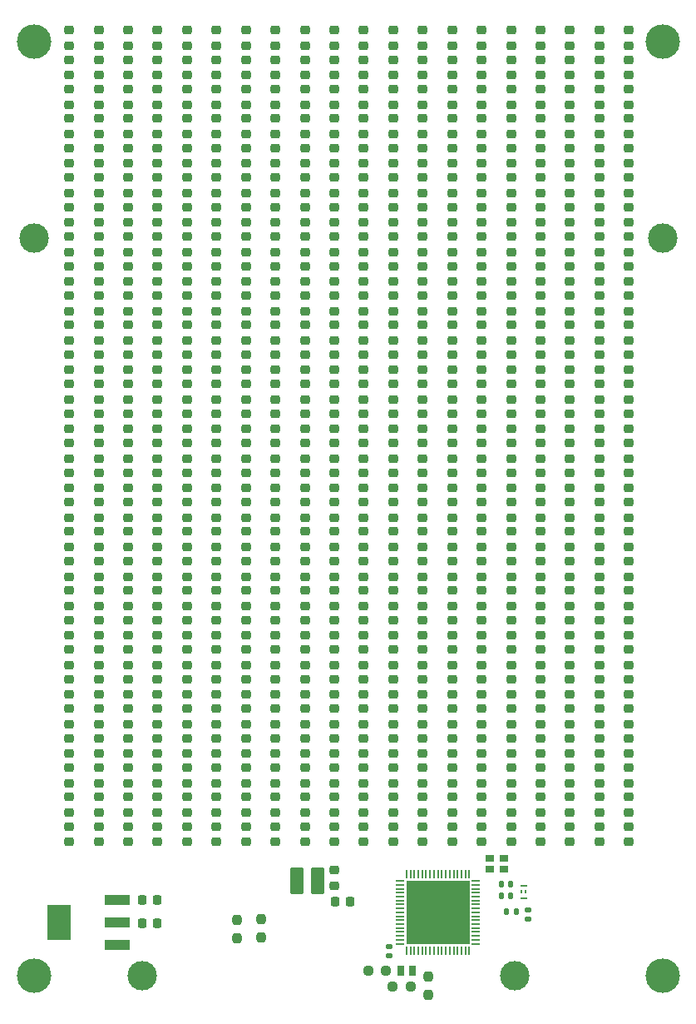
<source format=gts>
%TF.GenerationSoftware,KiCad,Pcbnew,9.0.1*%
%TF.CreationDate,2025-10-31T14:17:25-04:00*%
%TF.ProjectId,main_display_board,6d61696e-5f64-4697-9370-6c61795f626f,rev?*%
%TF.SameCoordinates,Original*%
%TF.FileFunction,Soldermask,Top*%
%TF.FilePolarity,Negative*%
%FSLAX46Y46*%
G04 Gerber Fmt 4.6, Leading zero omitted, Abs format (unit mm)*
G04 Created by KiCad (PCBNEW 9.0.1) date 2025-10-31 14:17:25*
%MOMM*%
%LPD*%
G01*
G04 APERTURE LIST*
G04 Aperture macros list*
%AMRoundRect*
0 Rectangle with rounded corners*
0 $1 Rounding radius*
0 $2 $3 $4 $5 $6 $7 $8 $9 X,Y pos of 4 corners*
0 Add a 4 corners polygon primitive as box body*
4,1,4,$2,$3,$4,$5,$6,$7,$8,$9,$2,$3,0*
0 Add four circle primitives for the rounded corners*
1,1,$1+$1,$2,$3*
1,1,$1+$1,$4,$5*
1,1,$1+$1,$6,$7*
1,1,$1+$1,$8,$9*
0 Add four rect primitives between the rounded corners*
20,1,$1+$1,$2,$3,$4,$5,0*
20,1,$1+$1,$4,$5,$6,$7,0*
20,1,$1+$1,$6,$7,$8,$9,0*
20,1,$1+$1,$8,$9,$2,$3,0*%
G04 Aperture macros list end*
%ADD10RoundRect,0.218750X0.256250X-0.218750X0.256250X0.218750X-0.256250X0.218750X-0.256250X-0.218750X0*%
%ADD11C,3.000000*%
%ADD12RoundRect,0.225000X0.225000X0.250000X-0.225000X0.250000X-0.225000X-0.250000X0.225000X-0.250000X0*%
%ADD13R,2.500000X1.100000*%
%ADD14R,2.340000X3.600000*%
%ADD15R,0.711200X0.279400*%
%ADD16R,0.254000X0.457200*%
%ADD17RoundRect,0.225000X-0.225000X-0.250000X0.225000X-0.250000X0.225000X0.250000X-0.225000X0.250000X0*%
%ADD18RoundRect,0.237500X0.250000X0.237500X-0.250000X0.237500X-0.250000X-0.237500X0.250000X-0.237500X0*%
%ADD19RoundRect,0.147500X-0.147500X-0.172500X0.147500X-0.172500X0.147500X0.172500X-0.147500X0.172500X0*%
%ADD20RoundRect,0.237500X0.237500X-0.250000X0.237500X0.250000X-0.237500X0.250000X-0.237500X-0.250000X0*%
%ADD21RoundRect,0.140000X-0.170000X0.140000X-0.170000X-0.140000X0.170000X-0.140000X0.170000X0.140000X0*%
%ADD22C,2.600000*%
%ADD23C,3.500000*%
%ADD24R,0.800000X1.000000*%
%ADD25RoundRect,0.140000X0.140000X0.170000X-0.140000X0.170000X-0.140000X-0.170000X0.140000X-0.170000X0*%
%ADD26R,0.900000X0.800000*%
%ADD27RoundRect,0.249999X0.450001X1.100001X-0.450001X1.100001X-0.450001X-1.100001X0.450001X-1.100001X0*%
%ADD28RoundRect,0.140000X-0.140000X-0.170000X0.140000X-0.170000X0.140000X0.170000X-0.140000X0.170000X0*%
%ADD29RoundRect,0.218750X-0.256250X0.218750X-0.256250X-0.218750X0.256250X-0.218750X0.256250X0.218750X0*%
%ADD30R,0.203200X0.812800*%
%ADD31R,0.812800X0.203200*%
%ADD32R,6.502400X6.502400*%
G04 APERTURE END LIST*
D10*
%TO.C,REF\u002A\u002A5*%
X58075000Y-46875000D03*
X58075000Y-45300000D03*
%TD*%
%TO.C,REF\u002A\u002A43*%
X52075000Y-49875000D03*
X52075000Y-48300000D03*
%TD*%
%TO.C,REF\u002A\u002A136*%
X73075000Y-61875000D03*
X73075000Y-60300000D03*
%TD*%
%TO.C,REF\u002A\u002A327*%
X58075000Y-91875000D03*
X58075000Y-90300000D03*
%TD*%
%TO.C,REF\u002A\u002A340*%
X79075000Y-91875000D03*
X79075000Y-90300000D03*
%TD*%
%TO.C,REF\u002A\u002A313*%
X100075000Y-88875000D03*
X100075000Y-87300000D03*
%TD*%
%TO.C,REF\u002A\u002A405*%
X58075000Y-106875000D03*
X58075000Y-105300000D03*
%TD*%
%TO.C,REF\u002A\u002A27*%
X88075000Y-43875000D03*
X88075000Y-42300000D03*
%TD*%
%TO.C,REF\u002A\u002A318*%
X109075000Y-88875000D03*
X109075000Y-87300000D03*
%TD*%
%TO.C,REF\u002A\u002A512*%
X97075000Y-115875000D03*
X97075000Y-114300000D03*
%TD*%
%TO.C,REF\u002A\u002A464*%
X85075000Y-109875000D03*
X85075000Y-108300000D03*
%TD*%
%TO.C,REF\u002A\u002A164*%
X55075000Y-67875000D03*
X55075000Y-66300000D03*
%TD*%
%TO.C,REF\u002A\u002A528*%
X61075000Y-121875000D03*
X61075000Y-120300000D03*
%TD*%
%TO.C,REF\u002A\u002A295*%
X70075000Y-85875000D03*
X70075000Y-84300000D03*
%TD*%
%TO.C,REF\u002A\u002A18*%
X79075000Y-46875000D03*
X79075000Y-45300000D03*
%TD*%
%TO.C,REF\u002A\u002A309*%
X94075000Y-88875000D03*
X94075000Y-87300000D03*
%TD*%
%TO.C,REF\u002A\u002A8*%
X61075000Y-43875000D03*
X61075000Y-42300000D03*
%TD*%
%TO.C,REF\u002A\u002A266*%
X91075000Y-82875000D03*
X91075000Y-81300000D03*
%TD*%
%TO.C,REF\u002A\u002A270*%
X97075000Y-82875000D03*
X97075000Y-81300000D03*
%TD*%
%TO.C,REF\u002A\u002A524*%
X55075000Y-121875000D03*
X55075000Y-120300000D03*
%TD*%
%TO.C,REF\u002A\u002A75*%
X100075000Y-49875000D03*
X100075000Y-48300000D03*
%TD*%
%TO.C,REF\u002A\u002A143*%
X82075000Y-61875000D03*
X82075000Y-60300000D03*
%TD*%
%TO.C,REF\u002A\u002A50*%
X67075000Y-52875000D03*
X67075000Y-51300000D03*
%TD*%
%TO.C,REF\u002A\u002A268*%
X91075000Y-79875000D03*
X91075000Y-78300000D03*
%TD*%
%TO.C,REF\u002A\u002A228*%
X91075000Y-73875000D03*
X91075000Y-72300000D03*
%TD*%
%TO.C,REF\u002A\u002A379*%
X76075000Y-97875000D03*
X76075000Y-96300000D03*
%TD*%
%TO.C,REF\u002A\u002A337*%
X76075000Y-94875000D03*
X76075000Y-93300000D03*
%TD*%
D11*
%TO.C,FM1*%
X48475000Y-63437500D03*
%TD*%
D10*
%TO.C,REF\u002A\u002A209*%
X64075000Y-76875000D03*
X64075000Y-75300000D03*
%TD*%
%TO.C,REF\u002A\u002A86*%
X61075000Y-58875000D03*
X61075000Y-57300000D03*
%TD*%
%TO.C,REF\u002A\u002A517*%
X106075000Y-118875000D03*
X106075000Y-117300000D03*
%TD*%
%TO.C,REF\u002A\u002A173*%
X70075000Y-70875000D03*
X70075000Y-69300000D03*
%TD*%
%TO.C,REF\u002A\u002A251*%
X64075000Y-79875000D03*
X64075000Y-78300000D03*
%TD*%
%TO.C,REF\u002A\u002A409*%
X64075000Y-106875000D03*
X64075000Y-105300000D03*
%TD*%
%TO.C,REF\u002A\u002A415*%
X70075000Y-103875000D03*
X70075000Y-102300000D03*
%TD*%
%TO.C,REF\u002A\u002A508*%
X91075000Y-115875000D03*
X91075000Y-114300000D03*
%TD*%
%TO.C,REF\u002A\u002A254*%
X73075000Y-82875000D03*
X73075000Y-81300000D03*
%TD*%
%TO.C,REF\u002A\u002A34*%
X103075000Y-46875000D03*
X103075000Y-45300000D03*
%TD*%
%TO.C,REF\u002A\u002A463*%
X82075000Y-109875000D03*
X82075000Y-108300000D03*
%TD*%
%TO.C,REF\u002A\u002A128*%
X61075000Y-61875000D03*
X61075000Y-60300000D03*
%TD*%
%TO.C,REF\u002A\u002A269*%
X94075000Y-82875000D03*
X94075000Y-81300000D03*
%TD*%
%TO.C,REF\u002A\u002A468*%
X91075000Y-109875000D03*
X91075000Y-108300000D03*
%TD*%
%TO.C,REF\u002A\u002A208*%
X61075000Y-73875000D03*
X61075000Y-72300000D03*
%TD*%
%TO.C,REF\u002A\u002A354*%
X103075000Y-94875000D03*
X103075000Y-93300000D03*
%TD*%
%TO.C,REF\u002A\u002A191*%
X94075000Y-67875000D03*
X94075000Y-66300000D03*
%TD*%
%TO.C,REF\u002A\u002A391*%
X94075000Y-97875000D03*
X94075000Y-96300000D03*
%TD*%
%TO.C,REF\u002A\u002A348*%
X91075000Y-91875000D03*
X91075000Y-90300000D03*
%TD*%
D12*
%TO.C,C18*%
X80700000Y-130950000D03*
X79150000Y-130950000D03*
%TD*%
D10*
%TO.C,REF\u002A\u002A204*%
X55075000Y-73875000D03*
X55075000Y-72300000D03*
%TD*%
%TO.C,REF\u002A\u002A504*%
X85075000Y-115875000D03*
X85075000Y-114300000D03*
%TD*%
%TO.C,REF\u002A\u002A535*%
X70075000Y-121875000D03*
X70075000Y-120300000D03*
%TD*%
%TO.C,REF\u002A\u002A300*%
X79075000Y-85875000D03*
X79075000Y-84300000D03*
%TD*%
%TO.C,REF\u002A\u002A134*%
X73075000Y-64875000D03*
X73075000Y-63300000D03*
%TD*%
%TO.C,REF\u002A\u002A448*%
X61075000Y-109875000D03*
X61075000Y-108300000D03*
%TD*%
%TO.C,REF\u002A\u002A118*%
X109075000Y-58875000D03*
X109075000Y-57300000D03*
%TD*%
%TO.C,REF\u002A\u002A533*%
X70075000Y-124875000D03*
X70075000Y-123300000D03*
%TD*%
%TO.C,REF\u002A\u002A453*%
X70075000Y-112875000D03*
X70075000Y-111300000D03*
%TD*%
%TO.C,REF\u002A\u002A352*%
X97075000Y-91875000D03*
X97075000Y-90300000D03*
%TD*%
%TO.C,REF\u002A\u002A514*%
X103075000Y-118875000D03*
X103075000Y-117300000D03*
%TD*%
%TO.C,REF\u002A\u002A23*%
X82075000Y-43875000D03*
X82075000Y-42300000D03*
%TD*%
%TO.C,REF\u002A\u002A511*%
X94075000Y-115875000D03*
X94075000Y-114300000D03*
%TD*%
%TO.C,REF\u002A\u002A454*%
X73075000Y-112875000D03*
X73075000Y-111300000D03*
%TD*%
%TO.C,REF\u002A\u002A162*%
X55075000Y-70875000D03*
X55075000Y-69300000D03*
%TD*%
%TO.C,REF\u002A\u002A444*%
X55075000Y-109875000D03*
X55075000Y-108300000D03*
%TD*%
%TO.C,REF\u002A\u002A434*%
X103075000Y-106875000D03*
X103075000Y-105300000D03*
%TD*%
%TO.C,REF\u002A\u002A390*%
X97075000Y-100875000D03*
X97075000Y-99300000D03*
%TD*%
%TO.C,REF\u002A\u002A99*%
X76075000Y-55875000D03*
X76075000Y-54300000D03*
%TD*%
%TO.C,REF\u002A\u002A243*%
X52075000Y-79875000D03*
X52075000Y-78300000D03*
%TD*%
%TO.C,REF\u002A\u002A410*%
X67075000Y-106875000D03*
X67075000Y-105300000D03*
%TD*%
%TO.C,REF\u002A\u002A98*%
X79075000Y-58875000D03*
X79075000Y-57300000D03*
%TD*%
%TO.C,REF\u002A\u002A180*%
X79075000Y-67875000D03*
X79075000Y-66300000D03*
%TD*%
%TO.C,REF\u002A\u002A239*%
X106075000Y-73875000D03*
X106075000Y-72300000D03*
%TD*%
%TO.C,REF\u002A\u002A224*%
X85075000Y-73875000D03*
X85075000Y-72300000D03*
%TD*%
%TO.C,REF\u002A\u002A46*%
X61075000Y-52875000D03*
X61075000Y-51300000D03*
%TD*%
%TO.C,REF\u002A\u002A276*%
X103075000Y-79875000D03*
X103075000Y-78300000D03*
%TD*%
%TO.C,REF\u002A\u002A186*%
X91075000Y-70875000D03*
X91075000Y-69300000D03*
%TD*%
%TO.C,REF\u002A\u002A114*%
X103075000Y-58875000D03*
X103075000Y-57300000D03*
%TD*%
%TO.C,REF\u002A\u002A413*%
X70075000Y-106875000D03*
X70075000Y-105300000D03*
%TD*%
%TO.C,REF\u002A\u002A446*%
X61075000Y-112875000D03*
X61075000Y-111300000D03*
%TD*%
%TO.C,REF\u002A\u002A79*%
X106075000Y-49875000D03*
X106075000Y-48300000D03*
%TD*%
%TO.C,REF\u002A\u002A52*%
X67075000Y-49875000D03*
X67075000Y-48300000D03*
%TD*%
%TO.C,REF\u002A\u002A185*%
X88075000Y-70875000D03*
X88075000Y-69300000D03*
%TD*%
%TO.C,REF\u002A\u002A290*%
X67075000Y-88875000D03*
X67075000Y-87300000D03*
%TD*%
%TO.C,REF\u002A\u002A393*%
X100075000Y-100875000D03*
X100075000Y-99300000D03*
%TD*%
%TO.C,REF\u002A\u002A233*%
X100075000Y-76875000D03*
X100075000Y-75300000D03*
%TD*%
%TO.C,REF\u002A\u002A234*%
X103075000Y-76875000D03*
X103075000Y-75300000D03*
%TD*%
%TO.C,REF\u002A\u002A282*%
X55075000Y-88875000D03*
X55075000Y-87300000D03*
%TD*%
%TO.C,REF\u002A\u002A457*%
X76075000Y-112875000D03*
X76075000Y-111300000D03*
%TD*%
%TO.C,REF\u002A\u002A31*%
X94075000Y-43875000D03*
X94075000Y-42300000D03*
%TD*%
%TO.C,REF\u002A\u002A48*%
X61075000Y-49875000D03*
X61075000Y-48300000D03*
%TD*%
%TO.C,REF\u002A\u002A124*%
X55075000Y-61875000D03*
X55075000Y-60300000D03*
%TD*%
%TO.C,REF\u002A\u002A492*%
X67075000Y-115875000D03*
X67075000Y-114300000D03*
%TD*%
%TO.C,REF\u002A\u002A367*%
X58075000Y-97875000D03*
X58075000Y-96300000D03*
%TD*%
%TO.C,REF\u002A\u002A170*%
X67075000Y-70875000D03*
X67075000Y-69300000D03*
%TD*%
%TO.C,REF\u002A\u002A329*%
X64075000Y-94875000D03*
X64075000Y-93300000D03*
%TD*%
%TO.C,REF\u002A\u002A472*%
X97075000Y-109875000D03*
X97075000Y-108300000D03*
%TD*%
%TO.C,REF\u002A\u002A179*%
X76075000Y-67875000D03*
X76075000Y-66300000D03*
%TD*%
%TO.C,REF\u002A\u002A241*%
X52075000Y-82875000D03*
X52075000Y-81300000D03*
%TD*%
%TO.C,REF\u002A\u002A452*%
X67075000Y-109875000D03*
X67075000Y-108300000D03*
%TD*%
%TO.C,REF\u002A\u002A123*%
X52075000Y-61875000D03*
X52075000Y-60300000D03*
%TD*%
%TO.C,REF\u002A\u002A429*%
X94075000Y-106875000D03*
X94075000Y-105300000D03*
%TD*%
%TO.C,REF\u002A\u002A112*%
X97075000Y-55875000D03*
X97075000Y-54300000D03*
%TD*%
%TO.C,REF\u002A\u002A365*%
X58075000Y-100875000D03*
X58075000Y-99300000D03*
%TD*%
%TO.C,REF\u002A\u002A211*%
X64075000Y-73875000D03*
X64075000Y-72300000D03*
%TD*%
%TO.C,REF\u002A\u002A304*%
X85075000Y-85875000D03*
X85075000Y-84300000D03*
%TD*%
%TO.C,REF\u002A\u002A176*%
X73075000Y-67875000D03*
X73075000Y-66300000D03*
%TD*%
%TO.C,REF\u002A\u002A349*%
X94075000Y-94875000D03*
X94075000Y-93300000D03*
%TD*%
%TO.C,REF\u002A\u002A206*%
X61075000Y-76875000D03*
X61075000Y-75300000D03*
%TD*%
%TO.C,REF\u002A\u002A291*%
X64075000Y-85875000D03*
X64075000Y-84300000D03*
%TD*%
%TO.C,REF\u002A\u002A411*%
X64075000Y-103875000D03*
X64075000Y-102300000D03*
%TD*%
%TO.C,REF\u002A\u002A484*%
X55075000Y-115875000D03*
X55075000Y-114300000D03*
%TD*%
%TO.C,REF\u002A\u002A265*%
X88075000Y-82875000D03*
X88075000Y-81300000D03*
%TD*%
%TO.C,REF\u002A\u002A13*%
X70075000Y-46875000D03*
X70075000Y-45300000D03*
%TD*%
%TO.C,REF\u002A\u002A538*%
X79075000Y-124875000D03*
X79075000Y-123300000D03*
%TD*%
D13*
%TO.C,VR_MCU1*%
X56970000Y-135350000D03*
X56970000Y-133050000D03*
X56970000Y-130750000D03*
D14*
X51030000Y-133050000D03*
%TD*%
D10*
%TO.C,REF\u002A\u002A368*%
X61075000Y-97875000D03*
X61075000Y-96300000D03*
%TD*%
%TO.C,REF\u002A\u002A500*%
X79075000Y-115875000D03*
X79075000Y-114300000D03*
%TD*%
%TO.C,REF\u002A\u002A421*%
X82075000Y-106875000D03*
X82075000Y-105300000D03*
%TD*%
%TO.C,REF\u002A\u002A230*%
X97075000Y-76875000D03*
X97075000Y-75300000D03*
%TD*%
%TO.C,REF\u002A\u002A129*%
X64075000Y-64875000D03*
X64075000Y-63300000D03*
%TD*%
%TO.C,REF\u002A\u002A59*%
X76075000Y-49875000D03*
X76075000Y-48300000D03*
%TD*%
%TO.C,REF\u002A\u002A549*%
X94075000Y-124875000D03*
X94075000Y-123300000D03*
%TD*%
%TO.C,REF\u002A\u002A56*%
X73075000Y-49875000D03*
X73075000Y-48300000D03*
%TD*%
%TO.C,REF\u002A\u002A342*%
X85075000Y-94875000D03*
X85075000Y-93300000D03*
%TD*%
%TO.C,REF\u002A\u002A192*%
X97075000Y-67875000D03*
X97075000Y-66300000D03*
%TD*%
%TO.C,REF\u002A\u002A181*%
X82075000Y-70875000D03*
X82075000Y-69300000D03*
%TD*%
%TO.C,REF\u002A\u002A145*%
X88075000Y-64875000D03*
X88075000Y-63300000D03*
%TD*%
D15*
%TO.C,LPF_1*%
X98346400Y-130559600D03*
D16*
X98117800Y-129950000D03*
D15*
X98346400Y-129340400D03*
D16*
X98575000Y-129950000D03*
%TD*%
D10*
%TO.C,REF\u002A\u002A175*%
X70075000Y-67875000D03*
X70075000Y-66300000D03*
%TD*%
%TO.C,REF\u002A\u002A556*%
X103075000Y-121875000D03*
X103075000Y-120300000D03*
%TD*%
%TO.C,REF\u002A\u002A287*%
X58075000Y-85875000D03*
X58075000Y-84300000D03*
%TD*%
%TO.C,REF\u002A\u002A144*%
X85075000Y-61875000D03*
X85075000Y-60300000D03*
%TD*%
%TO.C,REF\u002A\u002A203*%
X52075000Y-73875000D03*
X52075000Y-72300000D03*
%TD*%
%TO.C,REF\u002A\u002A473*%
X100075000Y-112875000D03*
X100075000Y-111300000D03*
%TD*%
%TO.C,REF\u002A\u002A132*%
X67075000Y-61875000D03*
X67075000Y-60300000D03*
%TD*%
%TO.C,REF\u002A\u002A534*%
X73075000Y-124875000D03*
X73075000Y-123300000D03*
%TD*%
%TO.C,REF\u002A\u002A242*%
X55075000Y-82875000D03*
X55075000Y-81300000D03*
%TD*%
%TO.C,REF\u002A\u002A432*%
X97075000Y-103875000D03*
X97075000Y-102300000D03*
%TD*%
%TO.C,REF\u002A\u002A439*%
X106075000Y-103875000D03*
X106075000Y-102300000D03*
%TD*%
%TO.C,REF\u002A\u002A67*%
X88075000Y-49875000D03*
X88075000Y-48300000D03*
%TD*%
%TO.C,REF\u002A\u002A526*%
X61075000Y-124875000D03*
X61075000Y-123300000D03*
%TD*%
%TO.C,REF\u002A\u002A40*%
X109075000Y-43875000D03*
X109075000Y-42300000D03*
%TD*%
%TO.C,REF\u002A\u002A257*%
X76075000Y-82875000D03*
X76075000Y-81300000D03*
%TD*%
%TO.C,REF\u002A\u002A127*%
X58075000Y-61875000D03*
X58075000Y-60300000D03*
%TD*%
%TO.C,REF\u002A\u002A530*%
X67075000Y-124875000D03*
X67075000Y-123300000D03*
%TD*%
%TO.C,REF\u002A\u002A331*%
X64075000Y-91875000D03*
X64075000Y-90300000D03*
%TD*%
%TO.C,REF\u002A\u002A341*%
X82075000Y-94875000D03*
X82075000Y-93300000D03*
%TD*%
%TO.C,REF\u002A\u002A395*%
X100075000Y-97875000D03*
X100075000Y-96300000D03*
%TD*%
%TO.C,REF\u002A\u002A302*%
X85075000Y-88875000D03*
X85075000Y-87300000D03*
%TD*%
%TO.C,REF\u002A\u002A370*%
X67075000Y-100875000D03*
X67075000Y-99300000D03*
%TD*%
%TO.C,REF\u002A\u002A344*%
X85075000Y-91875000D03*
X85075000Y-90300000D03*
%TD*%
%TO.C,REF\u002A\u002A193*%
X100075000Y-70875000D03*
X100075000Y-69300000D03*
%TD*%
%TO.C,REF\u002A\u002A171*%
X64075000Y-67875000D03*
X64075000Y-66300000D03*
%TD*%
%TO.C,REF\u002A\u002A525*%
X58075000Y-124875000D03*
X58075000Y-123300000D03*
%TD*%
%TO.C,REF\u002A\u002A384*%
X85075000Y-97875000D03*
X85075000Y-96300000D03*
%TD*%
%TO.C,REF\u002A\u002A246*%
X61075000Y-82875000D03*
X61075000Y-81300000D03*
%TD*%
%TO.C,REF\u002A\u002A84*%
X55075000Y-55875000D03*
X55075000Y-54300000D03*
%TD*%
%TO.C,REF\u002A\u002A198*%
X109075000Y-70875000D03*
X109075000Y-69300000D03*
%TD*%
%TO.C,REF\u002A\u002A159*%
X106075000Y-61875000D03*
X106075000Y-60300000D03*
%TD*%
%TO.C,REF\u002A\u002A520*%
X109075000Y-115875000D03*
X109075000Y-114300000D03*
%TD*%
%TO.C,REF\u002A\u002A93*%
X70075000Y-58875000D03*
X70075000Y-57300000D03*
%TD*%
%TO.C,REF\u002A\u002A187*%
X88075000Y-67875000D03*
X88075000Y-66300000D03*
%TD*%
%TO.C,REF\u002A\u002A303*%
X82075000Y-85875000D03*
X82075000Y-84300000D03*
%TD*%
%TO.C,REF\u002A\u002A412*%
X67075000Y-103875000D03*
X67075000Y-102300000D03*
%TD*%
%TO.C,REF\u002A\u002A20*%
X79075000Y-43875000D03*
X79075000Y-42300000D03*
%TD*%
%TO.C,REF\u002A\u002A443*%
X52075000Y-109875000D03*
X52075000Y-108300000D03*
%TD*%
%TO.C,REF\u002A\u002A61*%
X82075000Y-52875000D03*
X82075000Y-51300000D03*
%TD*%
%TO.C,REF\u002A\u002A399*%
X106075000Y-97875000D03*
X106075000Y-96300000D03*
%TD*%
%TO.C,REF\u002A\u002A210*%
X67075000Y-76875000D03*
X67075000Y-75300000D03*
%TD*%
D17*
%TO.C,C7*%
X59525000Y-130800000D03*
X61075000Y-130800000D03*
%TD*%
D10*
%TO.C,REF\u002A\u002A169*%
X64075000Y-70875000D03*
X64075000Y-69300000D03*
%TD*%
%TO.C,REF\u002A\u002A85*%
X58075000Y-58875000D03*
X58075000Y-57300000D03*
%TD*%
%TO.C,REF\u002A\u002A376*%
X73075000Y-97875000D03*
X73075000Y-96300000D03*
%TD*%
%TO.C,REF\u002A\u002A316*%
X103075000Y-85875000D03*
X103075000Y-84300000D03*
%TD*%
%TO.C,REF\u002A\u002A104*%
X85075000Y-55875000D03*
X85075000Y-54300000D03*
%TD*%
%TO.C,REF\u002A\u002A451*%
X64075000Y-109875000D03*
X64075000Y-108300000D03*
%TD*%
%TO.C,REF\u002A\u002A71*%
X94075000Y-49875000D03*
X94075000Y-48300000D03*
%TD*%
%TO.C,REF\u002A\u002A358*%
X109075000Y-94875000D03*
X109075000Y-93300000D03*
%TD*%
D18*
%TO.C,C10*%
X84337500Y-137977865D03*
X82512500Y-137977865D03*
%TD*%
D10*
%TO.C,REF\u002A\u002A202*%
X55075000Y-76875000D03*
X55075000Y-75300000D03*
%TD*%
%TO.C,REF\u002A\u002A377*%
X76075000Y-100875000D03*
X76075000Y-99300000D03*
%TD*%
%TO.C,REF\u002A\u002A388*%
X91075000Y-97875000D03*
X91075000Y-96300000D03*
%TD*%
%TO.C,REF\u002A\u002A499*%
X76075000Y-115875000D03*
X76075000Y-114300000D03*
%TD*%
%TO.C,REF\u002A\u002A546*%
X91075000Y-124875000D03*
X91075000Y-123300000D03*
%TD*%
%TO.C,REF\u002A\u002A470*%
X97075000Y-112875000D03*
X97075000Y-111300000D03*
%TD*%
%TO.C,REF\u002A\u002A87*%
X58075000Y-55875000D03*
X58075000Y-54300000D03*
%TD*%
%TO.C,REF\u002A\u002A218*%
X79075000Y-76875000D03*
X79075000Y-75300000D03*
%TD*%
%TO.C,REF\u002A\u002A165*%
X58075000Y-70875000D03*
X58075000Y-69300000D03*
%TD*%
%TO.C,REF\u002A\u002A469*%
X94075000Y-112875000D03*
X94075000Y-111300000D03*
%TD*%
%TO.C,REF\u002A\u002A261*%
X82075000Y-82875000D03*
X82075000Y-81300000D03*
%TD*%
%TO.C,REF\u002A\u002A397*%
X106075000Y-100875000D03*
X106075000Y-99300000D03*
%TD*%
%TO.C,REF\u002A\u002A523*%
X52075000Y-121875000D03*
X52075000Y-120300000D03*
%TD*%
%TO.C,REF\u002A\u002A539*%
X76075000Y-121875000D03*
X76075000Y-120300000D03*
%TD*%
%TO.C,REF\u002A\u002A24*%
X85075000Y-43875000D03*
X85075000Y-42300000D03*
%TD*%
%TO.C,REF\u002A\u002A68*%
X91075000Y-49875000D03*
X91075000Y-48300000D03*
%TD*%
%TO.C,REF\u002A\u002A315*%
X100075000Y-85875000D03*
X100075000Y-84300000D03*
%TD*%
%TO.C,REF\u002A\u002A369*%
X64075000Y-100875000D03*
X64075000Y-99300000D03*
%TD*%
%TO.C,REF\u002A\u002A537*%
X76075000Y-124875000D03*
X76075000Y-123300000D03*
%TD*%
%TO.C,REF\u002A\u002A140*%
X79075000Y-61875000D03*
X79075000Y-60300000D03*
%TD*%
%TO.C,REF\u002A\u002A529*%
X64075000Y-124875000D03*
X64075000Y-123300000D03*
%TD*%
D19*
%TO.C,L3*%
X96625000Y-131987500D03*
X97595000Y-131987500D03*
%TD*%
D10*
%TO.C,REF\u002A\u002A197*%
X106075000Y-70875000D03*
X106075000Y-69300000D03*
%TD*%
%TO.C,REF\u002A\u002A213*%
X70075000Y-76875000D03*
X70075000Y-75300000D03*
%TD*%
%TO.C,REF\u002A\u002A220*%
X79075000Y-73875000D03*
X79075000Y-72300000D03*
%TD*%
%TO.C,REF\u002A\u002A157*%
X106075000Y-64875000D03*
X106075000Y-63300000D03*
%TD*%
%TO.C,REF\u002A\u002A305*%
X88075000Y-88875000D03*
X88075000Y-87300000D03*
%TD*%
%TO.C,REF\u002A\u002A297*%
X76075000Y-88875000D03*
X76075000Y-87300000D03*
%TD*%
%TO.C,REF\u002A\u002A324*%
X55075000Y-91875000D03*
X55075000Y-90300000D03*
%TD*%
%TO.C,REF\u002A\u002A458*%
X79075000Y-112875000D03*
X79075000Y-111300000D03*
%TD*%
%TO.C,REF\u002A\u002A285*%
X58075000Y-88875000D03*
X58075000Y-87300000D03*
%TD*%
D20*
%TO.C,Rn1*%
X88600000Y-140412500D03*
X88600000Y-138587500D03*
%TD*%
D10*
%TO.C,REF\u002A\u002A495*%
X70075000Y-115875000D03*
X70075000Y-114300000D03*
%TD*%
%TO.C,REF\u002A\u002A422*%
X85075000Y-106875000D03*
X85075000Y-105300000D03*
%TD*%
%TO.C,REF\u002A\u002A49*%
X64075000Y-52875000D03*
X64075000Y-51300000D03*
%TD*%
%TO.C,REF\u002A\u002A262*%
X85075000Y-82875000D03*
X85075000Y-81300000D03*
%TD*%
%TO.C,REF\u002A\u002A440*%
X109075000Y-103875000D03*
X109075000Y-102300000D03*
%TD*%
%TO.C,REF\u002A\u002A45*%
X58075000Y-52875000D03*
X58075000Y-51300000D03*
%TD*%
D11*
%TO.C,FM4*%
X97475000Y-138437500D03*
%TD*%
D10*
%TO.C,REF\u002A\u002A247*%
X58075000Y-79875000D03*
X58075000Y-78300000D03*
%TD*%
%TO.C,REF\u002A\u002A226*%
X91075000Y-76875000D03*
X91075000Y-75300000D03*
%TD*%
%TO.C,REF\u002A\u002A184*%
X85075000Y-67875000D03*
X85075000Y-66300000D03*
%TD*%
%TO.C,REF\u002A\u002A441*%
X52075000Y-112875000D03*
X52075000Y-111300000D03*
%TD*%
%TO.C,REF\u002A\u002A167*%
X58075000Y-67875000D03*
X58075000Y-66300000D03*
%TD*%
%TO.C,REF\u002A\u002A155*%
X100075000Y-61875000D03*
X100075000Y-60300000D03*
%TD*%
%TO.C,REF\u002A\u002A26*%
X91075000Y-46875000D03*
X91075000Y-45300000D03*
%TD*%
%TO.C,REF\u002A\u002A10*%
X67075000Y-46875000D03*
X67075000Y-45300000D03*
%TD*%
%TO.C,REF\u002A\u002A482*%
X55075000Y-118875000D03*
X55075000Y-117300000D03*
%TD*%
%TO.C,REF\u002A\u002A221*%
X82075000Y-76875000D03*
X82075000Y-75300000D03*
%TD*%
%TO.C,REF\u002A\u002A205*%
X58075000Y-76875000D03*
X58075000Y-75300000D03*
%TD*%
%TO.C,REF\u002A\u002A353*%
X100075000Y-94875000D03*
X100075000Y-93300000D03*
%TD*%
%TO.C,REF\u002A\u002A373*%
X70075000Y-100875000D03*
X70075000Y-99300000D03*
%TD*%
%TO.C,REF\u002A\u002A550*%
X97075000Y-124875000D03*
X97075000Y-123300000D03*
%TD*%
%TO.C,REF\u002A\u002A519*%
X106075000Y-115875000D03*
X106075000Y-114300000D03*
%TD*%
%TO.C,REF\u002A\u002A531*%
X64075000Y-121875000D03*
X64075000Y-120300000D03*
%TD*%
%TO.C,REF\u002A\u002A64*%
X85075000Y-49875000D03*
X85075000Y-48300000D03*
%TD*%
%TO.C,REF\u002A\u002A146*%
X91075000Y-64875000D03*
X91075000Y-63300000D03*
%TD*%
%TO.C,REF\u002A\u002A100*%
X79075000Y-55875000D03*
X79075000Y-54300000D03*
%TD*%
%TO.C,REF\u002A\u002A222*%
X85075000Y-76875000D03*
X85075000Y-75300000D03*
%TD*%
%TO.C,REF\u002A\u002A425*%
X88075000Y-106875000D03*
X88075000Y-105300000D03*
%TD*%
%TO.C,REF\u002A\u002A3*%
X52075000Y-43875000D03*
X52075000Y-42300000D03*
%TD*%
%TO.C,REF\u002A\u002A260*%
X79075000Y-79875000D03*
X79075000Y-78300000D03*
%TD*%
%TO.C,REF\u002A\u002A151*%
X94075000Y-61875000D03*
X94075000Y-60300000D03*
%TD*%
%TO.C,REF\u002A\u002A461*%
X82075000Y-112875000D03*
X82075000Y-111300000D03*
%TD*%
%TO.C,REF\u002A\u002A474*%
X103075000Y-112875000D03*
X103075000Y-111300000D03*
%TD*%
%TO.C,REF\u002A\u002A347*%
X88075000Y-91875000D03*
X88075000Y-90300000D03*
%TD*%
D21*
%TO.C,C12*%
X98775000Y-131750000D03*
X98775000Y-132710000D03*
%TD*%
D10*
%TO.C,REF\u002A\u002A312*%
X97075000Y-85875000D03*
X97075000Y-84300000D03*
%TD*%
%TO.C,REF\u002A\u002A111*%
X94075000Y-55875000D03*
X94075000Y-54300000D03*
%TD*%
%TO.C,REF\u002A\u002A106*%
X91075000Y-58875000D03*
X91075000Y-57300000D03*
%TD*%
%TO.C,REF\u002A\u002A149*%
X94075000Y-64875000D03*
X94075000Y-63300000D03*
%TD*%
%TO.C,REF\u002A\u002A19*%
X76075000Y-43875000D03*
X76075000Y-42300000D03*
%TD*%
%TO.C,REF\u002A\u002A39*%
X106075000Y-43875000D03*
X106075000Y-42300000D03*
%TD*%
%TO.C,REF\u002A\u002A475*%
X100075000Y-109875000D03*
X100075000Y-108300000D03*
%TD*%
%TO.C,REF\u002A\u002A476*%
X103075000Y-109875000D03*
X103075000Y-108300000D03*
%TD*%
%TO.C,REF\u002A\u002A465*%
X88075000Y-112875000D03*
X88075000Y-111300000D03*
%TD*%
%TO.C,REF\u002A\u002A542*%
X85075000Y-124875000D03*
X85075000Y-123300000D03*
%TD*%
%TO.C,REF\u002A\u002A42*%
X55075000Y-52875000D03*
X55075000Y-51300000D03*
%TD*%
%TO.C,REF\u002A\u002A333*%
X70075000Y-94875000D03*
X70075000Y-93300000D03*
%TD*%
%TO.C,REF\u002A\u002A317*%
X106075000Y-88875000D03*
X106075000Y-87300000D03*
%TD*%
%TO.C,REF\u002A\u002A437*%
X106075000Y-106875000D03*
X106075000Y-105300000D03*
%TD*%
%TO.C,REF\u002A\u002A516*%
X103075000Y-115875000D03*
X103075000Y-114300000D03*
%TD*%
%TO.C,REF\u002A\u002A462*%
X85075000Y-112875000D03*
X85075000Y-111300000D03*
%TD*%
D22*
%TO.C,M3*%
X48475000Y-138437500D03*
D23*
X48475000Y-138437500D03*
%TD*%
D11*
%TO.C,FM3*%
X59475000Y-138437500D03*
%TD*%
D10*
%TO.C,REF\u002A\u002A445*%
X58075000Y-112875000D03*
X58075000Y-111300000D03*
%TD*%
%TO.C,REF\u002A\u002A513*%
X100075000Y-118875000D03*
X100075000Y-117300000D03*
%TD*%
%TO.C,REF\u002A\u002A427*%
X88075000Y-103875000D03*
X88075000Y-102300000D03*
%TD*%
%TO.C,REF\u002A\u002A30*%
X97075000Y-46875000D03*
X97075000Y-45300000D03*
%TD*%
%TO.C,REF\u002A\u002A392*%
X97075000Y-97875000D03*
X97075000Y-96300000D03*
%TD*%
%TO.C,REF\u002A\u002A174*%
X73075000Y-70875000D03*
X73075000Y-69300000D03*
%TD*%
%TO.C,REF\u002A\u002A33*%
X100075000Y-46875000D03*
X100075000Y-45300000D03*
%TD*%
%TO.C,REF\u002A\u002A460*%
X79075000Y-109875000D03*
X79075000Y-108300000D03*
%TD*%
%TO.C,REF\u002A\u002A518*%
X109075000Y-118875000D03*
X109075000Y-117300000D03*
%TD*%
%TO.C,REF\u002A\u002A54*%
X73075000Y-52875000D03*
X73075000Y-51300000D03*
%TD*%
%TO.C,REF\u002A\u002A325*%
X58075000Y-94875000D03*
X58075000Y-93300000D03*
%TD*%
%TO.C,REF\u002A\u002A116*%
X103075000Y-55875000D03*
X103075000Y-54300000D03*
%TD*%
%TO.C,REF\u002A\u002A178*%
X79075000Y-70875000D03*
X79075000Y-69300000D03*
%TD*%
%TO.C,REF\u002A\u002A245*%
X58075000Y-82875000D03*
X58075000Y-81300000D03*
%TD*%
%TO.C,REF\u002A\u002A505*%
X88075000Y-118875000D03*
X88075000Y-117300000D03*
%TD*%
%TO.C,REF\u002A\u002A280*%
X109075000Y-79875000D03*
X109075000Y-78300000D03*
%TD*%
%TO.C,REF\u002A\u002A189*%
X94075000Y-70875000D03*
X94075000Y-69300000D03*
%TD*%
%TO.C,REF\u002A\u002A323*%
X52075000Y-91875000D03*
X52075000Y-90300000D03*
%TD*%
%TO.C,REF\u002A\u002A277*%
X106075000Y-82875000D03*
X106075000Y-81300000D03*
%TD*%
%TO.C,REF\u002A\u002A406*%
X61075000Y-106875000D03*
X61075000Y-105300000D03*
%TD*%
%TO.C,REF\u002A\u002A430*%
X97075000Y-106875000D03*
X97075000Y-105300000D03*
%TD*%
%TO.C,REF\u002A\u002A481*%
X52075000Y-118875000D03*
X52075000Y-117300000D03*
%TD*%
%TO.C,REF\u002A\u002A256*%
X73075000Y-79875000D03*
X73075000Y-78300000D03*
%TD*%
%TO.C,REF\u002A\u002A32*%
X97075000Y-43875000D03*
X97075000Y-42300000D03*
%TD*%
%TO.C,REF\u002A\u002A466*%
X91075000Y-112875000D03*
X91075000Y-111300000D03*
%TD*%
%TO.C,REF\u002A\u002A335*%
X70075000Y-91875000D03*
X70075000Y-90300000D03*
%TD*%
%TO.C,REF\u002A\u002A147*%
X88075000Y-61875000D03*
X88075000Y-60300000D03*
%TD*%
%TO.C,REF\u002A\u002A488*%
X61075000Y-115875000D03*
X61075000Y-114300000D03*
%TD*%
D24*
%TO.C,X1*%
X87025000Y-137977865D03*
X85825000Y-137977865D03*
%TD*%
D10*
%TO.C,REF\u002A\u002A387*%
X88075000Y-97875000D03*
X88075000Y-96300000D03*
%TD*%
%TO.C,REF\u002A\u002A83*%
X52075000Y-55875000D03*
X52075000Y-54300000D03*
%TD*%
%TO.C,REF\u002A\u002A389*%
X94075000Y-100875000D03*
X94075000Y-99300000D03*
%TD*%
%TO.C,REF\u002A\u002A330*%
X67075000Y-94875000D03*
X67075000Y-93300000D03*
%TD*%
%TO.C,REF\u002A\u002A194*%
X103075000Y-70875000D03*
X103075000Y-69300000D03*
%TD*%
%TO.C,REF\u002A\u002A148*%
X91075000Y-61875000D03*
X91075000Y-60300000D03*
%TD*%
%TO.C,REF\u002A\u002A442*%
X55075000Y-112875000D03*
X55075000Y-111300000D03*
%TD*%
%TO.C,REF\u002A\u002A386*%
X91075000Y-100875000D03*
X91075000Y-99300000D03*
%TD*%
%TO.C,REF\u002A\u002A416*%
X73075000Y-103875000D03*
X73075000Y-102300000D03*
%TD*%
%TO.C,REF\u002A\u002A237*%
X106075000Y-76875000D03*
X106075000Y-75300000D03*
%TD*%
D18*
%TO.C,C11*%
X86825000Y-139577865D03*
X85000000Y-139577865D03*
%TD*%
D10*
%TO.C,REF\u002A\u002A60*%
X79075000Y-49875000D03*
X79075000Y-48300000D03*
%TD*%
%TO.C,REF\u002A\u002A238*%
X109075000Y-76875000D03*
X109075000Y-75300000D03*
%TD*%
%TO.C,REF\u002A\u002A11*%
X64075000Y-43875000D03*
X64075000Y-42300000D03*
%TD*%
%TO.C,REF\u002A\u002A491*%
X64075000Y-115875000D03*
X64075000Y-114300000D03*
%TD*%
%TO.C,REF\u002A\u002A361*%
X52075000Y-100875000D03*
X52075000Y-99300000D03*
%TD*%
%TO.C,REF\u002A\u002A372*%
X67075000Y-97875000D03*
X67075000Y-96300000D03*
%TD*%
%TO.C,REF\u002A\u002A137*%
X76075000Y-64875000D03*
X76075000Y-63300000D03*
%TD*%
%TO.C,REF\u002A\u002A77*%
X106075000Y-52875000D03*
X106075000Y-51300000D03*
%TD*%
%TO.C,REF\u002A\u002A366*%
X61075000Y-100875000D03*
X61075000Y-99300000D03*
%TD*%
%TO.C,REF\u002A\u002A74*%
X103075000Y-52875000D03*
X103075000Y-51300000D03*
%TD*%
%TO.C,REF\u002A\u002A166*%
X61075000Y-70875000D03*
X61075000Y-69300000D03*
%TD*%
%TO.C,REF\u002A\u002A408*%
X61075000Y-103875000D03*
X61075000Y-102300000D03*
%TD*%
%TO.C,REF\u002A\u002A37*%
X106075000Y-46875000D03*
X106075000Y-45300000D03*
%TD*%
%TO.C,REF\u002A\u002A489*%
X64075000Y-118875000D03*
X64075000Y-117300000D03*
%TD*%
%TO.C,REF\u002A\u002A293*%
X70075000Y-88875000D03*
X70075000Y-87300000D03*
%TD*%
%TO.C,REF\u002A\u002A486*%
X61075000Y-118875000D03*
X61075000Y-117300000D03*
%TD*%
%TO.C,REF\u002A\u002A483*%
X52075000Y-115875000D03*
X52075000Y-114300000D03*
%TD*%
%TO.C,REF\u002A\u002A467*%
X88075000Y-109875000D03*
X88075000Y-108300000D03*
%TD*%
%TO.C,REF\u002A\u002A76*%
X103075000Y-49875000D03*
X103075000Y-48300000D03*
%TD*%
%TO.C,REF\u002A\u002A183*%
X82075000Y-67875000D03*
X82075000Y-66300000D03*
%TD*%
%TO.C,REF\u002A\u002A314*%
X103075000Y-88875000D03*
X103075000Y-87300000D03*
%TD*%
%TO.C,REF\u002A\u002A424*%
X85075000Y-103875000D03*
X85075000Y-102300000D03*
%TD*%
%TO.C,REF\u002A\u002A160*%
X109075000Y-61875000D03*
X109075000Y-60300000D03*
%TD*%
%TO.C,REF\u002A\u002A360*%
X109075000Y-91875000D03*
X109075000Y-90300000D03*
%TD*%
%TO.C,REF\u002A\u002A275*%
X100075000Y-79875000D03*
X100075000Y-78300000D03*
%TD*%
%TO.C,REF\u002A\u002A125*%
X58075000Y-64875000D03*
X58075000Y-63300000D03*
%TD*%
%TO.C,REF\u002A\u002A22*%
X85075000Y-46875000D03*
X85075000Y-45300000D03*
%TD*%
%TO.C,REF\u002A\u002A62*%
X85075000Y-52875000D03*
X85075000Y-51300000D03*
%TD*%
%TO.C,REF\u002A\u002A120*%
X109075000Y-55875000D03*
X109075000Y-54300000D03*
%TD*%
%TO.C,REF\u002A\u002A182*%
X85075000Y-70875000D03*
X85075000Y-69300000D03*
%TD*%
%TO.C,REF\u002A\u002A108*%
X91075000Y-55875000D03*
X91075000Y-54300000D03*
%TD*%
%TO.C,REF\u002A\u002A311*%
X94075000Y-85875000D03*
X94075000Y-84300000D03*
%TD*%
%TO.C,REF\u002A\u002A433*%
X100075000Y-106875000D03*
X100075000Y-105300000D03*
%TD*%
%TO.C,REF\u002A\u002A501*%
X82075000Y-118875000D03*
X82075000Y-117300000D03*
%TD*%
%TO.C,REF\u002A\u002A47*%
X58075000Y-49875000D03*
X58075000Y-48300000D03*
%TD*%
%TO.C,REF\u002A\u002A383*%
X82075000Y-97875000D03*
X82075000Y-96300000D03*
%TD*%
%TO.C,REF\u002A\u002A227*%
X88075000Y-73875000D03*
X88075000Y-72300000D03*
%TD*%
%TO.C,REF\u002A\u002A510*%
X97075000Y-118875000D03*
X97075000Y-117300000D03*
%TD*%
%TO.C,REF\u002A\u002A380*%
X79075000Y-97875000D03*
X79075000Y-96300000D03*
%TD*%
%TO.C,REF\u002A\u002A326*%
X61075000Y-94875000D03*
X61075000Y-93300000D03*
%TD*%
%TO.C,REF\u002A\u002A14*%
X73075000Y-46875000D03*
X73075000Y-45300000D03*
%TD*%
%TO.C,REF\u002A\u002A35*%
X100075000Y-43875000D03*
X100075000Y-42300000D03*
%TD*%
%TO.C,REF\u002A\u002A235*%
X100075000Y-73875000D03*
X100075000Y-72300000D03*
%TD*%
%TO.C,REF\u002A\u002A554*%
X103075000Y-124875000D03*
X103075000Y-123300000D03*
%TD*%
%TO.C,REF\u002A\u002A6*%
X61075000Y-46875000D03*
X61075000Y-45300000D03*
%TD*%
%TO.C,REF\u002A\u002A69*%
X94075000Y-52875000D03*
X94075000Y-51300000D03*
%TD*%
%TO.C,REF\u002A\u002A248*%
X61075000Y-79875000D03*
X61075000Y-78300000D03*
%TD*%
%TO.C,REF\u002A\u002A91*%
X64075000Y-55875000D03*
X64075000Y-54300000D03*
%TD*%
%TO.C,REF\u002A\u002A477*%
X106075000Y-112875000D03*
X106075000Y-111300000D03*
%TD*%
%TO.C,REF\u002A\u002A96*%
X73075000Y-55875000D03*
X73075000Y-54300000D03*
%TD*%
%TO.C,REF\u002A\u002A497*%
X76075000Y-118875000D03*
X76075000Y-117300000D03*
%TD*%
%TO.C,REF\u002A\u002A371*%
X64075000Y-97875000D03*
X64075000Y-96300000D03*
%TD*%
%TO.C,REF\u002A\u002A217*%
X76075000Y-76875000D03*
X76075000Y-75300000D03*
%TD*%
%TO.C,REF\u002A\u002A502*%
X85075000Y-118875000D03*
X85075000Y-117300000D03*
%TD*%
%TO.C,REF\u002A\u002A350*%
X97075000Y-94875000D03*
X97075000Y-93300000D03*
%TD*%
%TO.C,REF\u002A\u002A296*%
X73075000Y-85875000D03*
X73075000Y-84300000D03*
%TD*%
D22*
%TO.C,M1*%
X112475000Y-43437500D03*
D23*
X112475000Y-43437500D03*
%TD*%
D10*
%TO.C,REF\u002A\u002A547*%
X88075000Y-121875000D03*
X88075000Y-120300000D03*
%TD*%
%TO.C,REF\u002A\u002A17*%
X76075000Y-46875000D03*
X76075000Y-45300000D03*
%TD*%
%TO.C,REF\u002A\u002A161*%
X52075000Y-70875000D03*
X52075000Y-69300000D03*
%TD*%
%TO.C,REF\u002A\u002A284*%
X55075000Y-85875000D03*
X55075000Y-84300000D03*
%TD*%
%TO.C,REF\u002A\u002A172*%
X67075000Y-67875000D03*
X67075000Y-66300000D03*
%TD*%
D22*
%TO.C,M2*%
X48475000Y-43437500D03*
D23*
X48475000Y-43437500D03*
%TD*%
D10*
%TO.C,REF\u002A\u002A338*%
X79075000Y-94875000D03*
X79075000Y-93300000D03*
%TD*%
%TO.C,REF\u002A\u002A103*%
X82075000Y-55875000D03*
X82075000Y-54300000D03*
%TD*%
%TO.C,REF\u002A\u002A58*%
X79075000Y-52875000D03*
X79075000Y-51300000D03*
%TD*%
%TO.C,REF\u002A\u002A70*%
X97075000Y-52875000D03*
X97075000Y-51300000D03*
%TD*%
%TO.C,REF\u002A\u002A485*%
X58075000Y-118875000D03*
X58075000Y-117300000D03*
%TD*%
%TO.C,REF\u002A\u002A299*%
X76075000Y-85875000D03*
X76075000Y-84300000D03*
%TD*%
%TO.C,REF\u002A\u002A97*%
X76075000Y-58875000D03*
X76075000Y-57300000D03*
%TD*%
%TO.C,REF\u002A\u002A264*%
X85075000Y-79875000D03*
X85075000Y-78300000D03*
%TD*%
%TO.C,REF\u002A\u002A355*%
X100075000Y-91875000D03*
X100075000Y-90300000D03*
%TD*%
%TO.C,REF\u002A\u002A154*%
X103075000Y-64875000D03*
X103075000Y-63300000D03*
%TD*%
%TO.C,REF\u002A\u002A51*%
X64075000Y-49875000D03*
X64075000Y-48300000D03*
%TD*%
%TO.C,REF\u002A\u002A426*%
X91075000Y-106875000D03*
X91075000Y-105300000D03*
%TD*%
%TO.C,REF\u002A\u002A231*%
X94075000Y-73875000D03*
X94075000Y-72300000D03*
%TD*%
%TO.C,REF\u002A\u002A322*%
X55075000Y-94875000D03*
X55075000Y-93300000D03*
%TD*%
%TO.C,REF\u002A\u002A141*%
X82075000Y-64875000D03*
X82075000Y-63300000D03*
%TD*%
%TO.C,REF\u002A\u002A153*%
X100075000Y-64875000D03*
X100075000Y-63300000D03*
%TD*%
%TO.C,REF\u002A\u002A101*%
X82075000Y-58875000D03*
X82075000Y-57300000D03*
%TD*%
D25*
%TO.C,C15*%
X97025000Y-129177865D03*
X96065000Y-129177865D03*
%TD*%
D10*
%TO.C,REF\u002A\u002A81*%
X52075000Y-58875000D03*
X52075000Y-57300000D03*
%TD*%
%TO.C,REF\u002A\u002A249*%
X64075000Y-82875000D03*
X64075000Y-81300000D03*
%TD*%
D20*
%TO.C,Rn2*%
X71650000Y-134575000D03*
X71650000Y-132750000D03*
%TD*%
D10*
%TO.C,REF\u002A\u002A487*%
X58075000Y-115875000D03*
X58075000Y-114300000D03*
%TD*%
%TO.C,REF\u002A\u002A336*%
X73075000Y-91875000D03*
X73075000Y-90300000D03*
%TD*%
%TO.C,REF\u002A\u002A29*%
X94075000Y-46875000D03*
X94075000Y-45300000D03*
%TD*%
%TO.C,REF\u002A\u002A398*%
X109075000Y-100875000D03*
X109075000Y-99300000D03*
%TD*%
%TO.C,REF\u002A\u002A130*%
X67075000Y-64875000D03*
X67075000Y-63300000D03*
%TD*%
%TO.C,REF\u002A\u002A156*%
X103075000Y-61875000D03*
X103075000Y-60300000D03*
%TD*%
%TO.C,REF\u002A\u002A545*%
X88075000Y-124875000D03*
X88075000Y-123300000D03*
%TD*%
%TO.C,REF\u002A\u002A110*%
X97075000Y-58875000D03*
X97075000Y-57300000D03*
%TD*%
%TO.C,REF\u002A\u002A536*%
X73075000Y-121875000D03*
X73075000Y-120300000D03*
%TD*%
%TO.C,REF\u002A\u002A363*%
X52075000Y-97875000D03*
X52075000Y-96300000D03*
%TD*%
%TO.C,REF\u002A\u002A450*%
X67075000Y-112875000D03*
X67075000Y-111300000D03*
%TD*%
%TO.C,REF\u002A\u002A436*%
X103075000Y-103875000D03*
X103075000Y-102300000D03*
%TD*%
%TO.C,REF\u002A\u002A229*%
X94075000Y-76875000D03*
X94075000Y-75300000D03*
%TD*%
%TO.C,REF\u002A\u002A117*%
X106075000Y-58875000D03*
X106075000Y-57300000D03*
%TD*%
%TO.C,REF\u002A\u002A540*%
X79075000Y-121875000D03*
X79075000Y-120300000D03*
%TD*%
%TO.C,REF\u002A\u002A381*%
X82075000Y-100875000D03*
X82075000Y-99300000D03*
%TD*%
%TO.C,REF\u002A\u002A*%
X109075000Y-121875000D03*
X109075000Y-120300000D03*
%TD*%
%TO.C,REF\u002A\u002A271*%
X94075000Y-79875000D03*
X94075000Y-78300000D03*
%TD*%
%TO.C,REF\u002A\u002A126*%
X61075000Y-64875000D03*
X61075000Y-63300000D03*
%TD*%
%TO.C,REF\u002A\u002A102*%
X85075000Y-58875000D03*
X85075000Y-57300000D03*
%TD*%
%TO.C,REF\u002A\u002A196*%
X103075000Y-67875000D03*
X103075000Y-66300000D03*
%TD*%
%TO.C,REF\u002A\u002A431*%
X94075000Y-103875000D03*
X94075000Y-102300000D03*
%TD*%
%TO.C,REF\u002A\u002A493*%
X70075000Y-118875000D03*
X70075000Y-117300000D03*
%TD*%
%TO.C,REF\u002A\u002A420*%
X79075000Y-103875000D03*
X79075000Y-102300000D03*
%TD*%
%TO.C,REF\u002A\u002A551*%
X94075000Y-121875000D03*
X94075000Y-120300000D03*
%TD*%
%TO.C,REF\u002A\u002A63*%
X82075000Y-49875000D03*
X82075000Y-48300000D03*
%TD*%
%TO.C,REF\u002A\u002A94*%
X73075000Y-58875000D03*
X73075000Y-57300000D03*
%TD*%
%TO.C,REF\u002A\u002A490*%
X67075000Y-118875000D03*
X67075000Y-117300000D03*
%TD*%
%TO.C,REF\u002A\u002A382*%
X85075000Y-100875000D03*
X85075000Y-99300000D03*
%TD*%
%TO.C,REF\u002A\u002A362*%
X55075000Y-100875000D03*
X55075000Y-99300000D03*
%TD*%
%TO.C,REF\u002A\u002A82*%
X55075000Y-58875000D03*
X55075000Y-57300000D03*
%TD*%
%TO.C,REF\u002A\u002A177*%
X76075000Y-70875000D03*
X76075000Y-69300000D03*
%TD*%
%TO.C,REF\u002A\u002A89*%
X64075000Y-58875000D03*
X64075000Y-57300000D03*
%TD*%
%TO.C,REF\u002A\u002A109*%
X94075000Y-58875000D03*
X94075000Y-57300000D03*
%TD*%
%TO.C,REF\u002A\u002A92*%
X67075000Y-55875000D03*
X67075000Y-54300000D03*
%TD*%
%TO.C,REF\u002A\u002A131*%
X64075000Y-61875000D03*
X64075000Y-60300000D03*
%TD*%
%TO.C,REF\u002A\u002A135*%
X70075000Y-61875000D03*
X70075000Y-60300000D03*
%TD*%
%TO.C,REF\u002A\u002A418*%
X79075000Y-106875000D03*
X79075000Y-105300000D03*
%TD*%
%TO.C,REF\u002A\u002A152*%
X97075000Y-61875000D03*
X97075000Y-60300000D03*
%TD*%
%TO.C,REF\u002A\u002A240*%
X109075000Y-73875000D03*
X109075000Y-72300000D03*
%TD*%
%TO.C,REF\u002A\u002A351*%
X94075000Y-91875000D03*
X94075000Y-90300000D03*
%TD*%
%TO.C,REF\u002A\u002A294*%
X73075000Y-88875000D03*
X73075000Y-87300000D03*
%TD*%
%TO.C,REF\u002A\u002A105*%
X88075000Y-58875000D03*
X88075000Y-57300000D03*
%TD*%
%TO.C,REF\u002A\u002A515*%
X100075000Y-115875000D03*
X100075000Y-114300000D03*
%TD*%
%TO.C,REF\u002A\u002A142*%
X85075000Y-64875000D03*
X85075000Y-63300000D03*
%TD*%
%TO.C,REF\u002A\u002A407*%
X58075000Y-103875000D03*
X58075000Y-102300000D03*
%TD*%
D26*
%TO.C,X2*%
X94925000Y-127625000D03*
X96325000Y-127625000D03*
X96325000Y-126525000D03*
X94925000Y-126525000D03*
%TD*%
D10*
%TO.C,REF\u002A\u002A12*%
X67075000Y-43875000D03*
X67075000Y-42300000D03*
%TD*%
%TO.C,REF\u002A\u002A455*%
X70075000Y-109875000D03*
X70075000Y-108300000D03*
%TD*%
%TO.C,REF\u002A\u002A80*%
X109075000Y-49875000D03*
X109075000Y-48300000D03*
%TD*%
%TO.C,REF\u002A\u002A438*%
X109075000Y-106875000D03*
X109075000Y-105300000D03*
%TD*%
%TO.C,REF\u002A\u002A25*%
X88075000Y-46875000D03*
X88075000Y-45300000D03*
%TD*%
%TO.C,REF\u002A\u002A225*%
X88075000Y-76875000D03*
X88075000Y-75300000D03*
%TD*%
%TO.C,REF\u002A\u002A378*%
X79075000Y-100875000D03*
X79075000Y-99300000D03*
%TD*%
%TO.C,REF\u002A\u002A38*%
X109075000Y-46875000D03*
X109075000Y-45300000D03*
%TD*%
%TO.C,REF\u002A\u002A449*%
X64075000Y-112875000D03*
X64075000Y-111300000D03*
%TD*%
%TO.C,REF\u002A\u002A168*%
X61075000Y-67875000D03*
X61075000Y-66300000D03*
%TD*%
D21*
%TO.C,C5*%
X84625000Y-135497865D03*
X84625000Y-136457865D03*
%TD*%
D17*
%TO.C,C17*%
X59525000Y-133100000D03*
X61075000Y-133100000D03*
%TD*%
D10*
%TO.C,REF\u002A\u002A88*%
X61075000Y-55875000D03*
X61075000Y-54300000D03*
%TD*%
%TO.C,REF\u002A\u002A357*%
X106075000Y-94875000D03*
X106075000Y-93300000D03*
%TD*%
%TO.C,REF\u002A\u002A301*%
X82075000Y-88875000D03*
X82075000Y-87300000D03*
%TD*%
%TO.C,REF\u002A\u002A521*%
X52075000Y-124875000D03*
X52075000Y-123300000D03*
%TD*%
%TO.C,REF\u002A\u002A478*%
X109075000Y-112875000D03*
X109075000Y-111300000D03*
%TD*%
%TO.C,REF\u002A\u002A396*%
X103075000Y-97875000D03*
X103075000Y-96300000D03*
%TD*%
D27*
%TO.C,L1*%
X77400000Y-128800000D03*
X75300000Y-128800000D03*
%TD*%
D10*
%TO.C,REF\u002A\u002A9*%
X64075000Y-46875000D03*
X64075000Y-45300000D03*
%TD*%
%TO.C,REF\u002A\u002A394*%
X103075000Y-100875000D03*
X103075000Y-99300000D03*
%TD*%
%TO.C,REF\u002A\u002A199*%
X106075000Y-67875000D03*
X106075000Y-66300000D03*
%TD*%
%TO.C,REF\u002A\u002A55*%
X70075000Y-49875000D03*
X70075000Y-48300000D03*
%TD*%
%TO.C,REF\u002A\u002A190*%
X97075000Y-70875000D03*
X97075000Y-69300000D03*
%TD*%
%TO.C,REF\u002A\u002A188*%
X91075000Y-67875000D03*
X91075000Y-66300000D03*
%TD*%
%TO.C,REF\u002A\u002A272*%
X97075000Y-79875000D03*
X97075000Y-78300000D03*
%TD*%
%TO.C,REF\u002A\u002A417*%
X76075000Y-106875000D03*
X76075000Y-105300000D03*
%TD*%
%TO.C,REF\u002A\u002A72*%
X97075000Y-49875000D03*
X97075000Y-48300000D03*
%TD*%
%TO.C,REF\u002A\u002A555*%
X100075000Y-121875000D03*
X100075000Y-120300000D03*
%TD*%
%TO.C,REF\u002A\u002A150*%
X97075000Y-64875000D03*
X97075000Y-63300000D03*
%TD*%
%TO.C,REF\u002A\u002A435*%
X100075000Y-103875000D03*
X100075000Y-102300000D03*
%TD*%
%TO.C,REF\u002A\u002A403*%
X52075000Y-103875000D03*
X52075000Y-102300000D03*
%TD*%
%TO.C,REF\u002A\u002A308*%
X91075000Y-85875000D03*
X91075000Y-84300000D03*
%TD*%
%TO.C,REF\u002A\u002A250*%
X67075000Y-82875000D03*
X67075000Y-81300000D03*
%TD*%
%TO.C,REF\u002A\u002A236*%
X103075000Y-73875000D03*
X103075000Y-72300000D03*
%TD*%
%TO.C,REF\u002A\u002A244*%
X55075000Y-79875000D03*
X55075000Y-78300000D03*
%TD*%
%TO.C,REF\u002A\u002A356*%
X103075000Y-91875000D03*
X103075000Y-90300000D03*
%TD*%
%TO.C,REF\u002A\u002A28*%
X91075000Y-43875000D03*
X91075000Y-42300000D03*
%TD*%
%TO.C,REF\u002A\u002A307*%
X88075000Y-85875000D03*
X88075000Y-84300000D03*
%TD*%
%TO.C,REF\u002A\u002A212*%
X67075000Y-73875000D03*
X67075000Y-72300000D03*
%TD*%
%TO.C,REF\u002A\u002A306*%
X91075000Y-88875000D03*
X91075000Y-87300000D03*
%TD*%
%TO.C,REF\u002A\u002A279*%
X106075000Y-79875000D03*
X106075000Y-78300000D03*
%TD*%
%TO.C,REF\u002A\u002A459*%
X76075000Y-109875000D03*
X76075000Y-108300000D03*
%TD*%
%TO.C,REF\u002A\u002A320*%
X109075000Y-85875000D03*
X109075000Y-84300000D03*
%TD*%
%TO.C,REF\u002A\u002A374*%
X73075000Y-100875000D03*
X73075000Y-99300000D03*
%TD*%
%TO.C,REF\u002A\u002A506*%
X91075000Y-118875000D03*
X91075000Y-117300000D03*
%TD*%
%TO.C,REF\u002A\u002A288*%
X61075000Y-85875000D03*
X61075000Y-84300000D03*
%TD*%
%TO.C,REF\u002A\u002A2*%
X55075000Y-46875000D03*
X55075000Y-45300000D03*
%TD*%
%TO.C,REF\u002A\u002A73*%
X100075000Y-52875000D03*
X100075000Y-51300000D03*
%TD*%
%TO.C,REF\u002A\u002A263*%
X82075000Y-79875000D03*
X82075000Y-78300000D03*
%TD*%
%TO.C,REF\u002A\u002A319*%
X106075000Y-85875000D03*
X106075000Y-84300000D03*
%TD*%
%TO.C,REF\u002A\u002A41*%
X52075000Y-52875000D03*
X52075000Y-51300000D03*
%TD*%
%TO.C,REF\u002A\u002A78*%
X109075000Y-52875000D03*
X109075000Y-51300000D03*
%TD*%
%TO.C,REF\u002A\u002A321*%
X52075000Y-94875000D03*
X52075000Y-93300000D03*
%TD*%
%TO.C,REF\u002A\u002A414*%
X73075000Y-106875000D03*
X73075000Y-105300000D03*
%TD*%
%TO.C,REF\u002A\u002A15*%
X70075000Y-43875000D03*
X70075000Y-42300000D03*
%TD*%
%TO.C,REF\u002A\u002A163*%
X52075000Y-67875000D03*
X52075000Y-66300000D03*
%TD*%
%TO.C,REF\u002A\u002A278*%
X109075000Y-82875000D03*
X109075000Y-81300000D03*
%TD*%
%TO.C,REF\u002A\u002A346*%
X91075000Y-94875000D03*
X91075000Y-93300000D03*
%TD*%
%TO.C,REF\u002A\u002A36*%
X103075000Y-43875000D03*
X103075000Y-42300000D03*
%TD*%
%TO.C,REF\u002A\u002A107*%
X88075000Y-55875000D03*
X88075000Y-54300000D03*
%TD*%
%TO.C,REF\u002A\u002A507*%
X88075000Y-115875000D03*
X88075000Y-114300000D03*
%TD*%
%TO.C,REF\u002A\u002A274*%
X103075000Y-82875000D03*
X103075000Y-81300000D03*
%TD*%
%TO.C,REF\u002A\u002A119*%
X106075000Y-55875000D03*
X106075000Y-54300000D03*
%TD*%
%TO.C,REF\u002A\u002A*%
X106075000Y-124875000D03*
X106075000Y-123300000D03*
%TD*%
%TO.C,REF\u002A\u002A552*%
X97075000Y-121875000D03*
X97075000Y-120300000D03*
%TD*%
%TO.C,REF\u002A\u002A428*%
X91075000Y-103875000D03*
X91075000Y-102300000D03*
%TD*%
%TO.C,REF\u002A\u002A541*%
X82075000Y-124875000D03*
X82075000Y-123300000D03*
%TD*%
%TO.C,REF\u002A\u002A400*%
X109075000Y-97875000D03*
X109075000Y-96300000D03*
%TD*%
%TO.C,REF\u002A\u002A423*%
X82075000Y-103875000D03*
X82075000Y-102300000D03*
%TD*%
%TO.C,REF\u002A\u002A65*%
X88075000Y-52875000D03*
X88075000Y-51300000D03*
%TD*%
%TO.C,REF\u002A\u002A53*%
X70075000Y-52875000D03*
X70075000Y-51300000D03*
%TD*%
%TO.C,REF\u002A\u002A115*%
X100075000Y-55875000D03*
X100075000Y-54300000D03*
%TD*%
%TO.C,REF\u002A\u002A339*%
X76075000Y-91875000D03*
X76075000Y-90300000D03*
%TD*%
%TO.C,REF\u002A\u002A158*%
X109075000Y-64875000D03*
X109075000Y-63300000D03*
%TD*%
%TO.C,REF\u002A\u002A471*%
X94075000Y-109875000D03*
X94075000Y-108300000D03*
%TD*%
%TO.C,REF\u002A\u002A138*%
X79075000Y-64875000D03*
X79075000Y-63300000D03*
%TD*%
%TO.C,REF\u002A\u002A283*%
X52075000Y-85875000D03*
X52075000Y-84300000D03*
%TD*%
%TO.C,REF\u002A\u002A195*%
X100075000Y-67875000D03*
X100075000Y-66300000D03*
%TD*%
%TO.C,REF\u002A\u002A401*%
X52075000Y-106875000D03*
X52075000Y-105300000D03*
%TD*%
%TO.C,REF\u002A\u002A479*%
X106075000Y-109875000D03*
X106075000Y-108300000D03*
%TD*%
%TO.C,REF\u002A\u002A90*%
X67075000Y-58875000D03*
X67075000Y-57300000D03*
%TD*%
%TO.C,REF\u002A\u002A139*%
X76075000Y-61875000D03*
X76075000Y-60300000D03*
%TD*%
%TO.C,REF\u002A\u002A419*%
X76075000Y-103875000D03*
X76075000Y-102300000D03*
%TD*%
%TO.C,REF\u002A\u002A*%
X109075000Y-124875000D03*
X109075000Y-123300000D03*
%TD*%
%TO.C,REF\u002A\u002A255*%
X70075000Y-79875000D03*
X70075000Y-78300000D03*
%TD*%
%TO.C,REF\u002A\u002A522*%
X55075000Y-124875000D03*
X55075000Y-123300000D03*
%TD*%
%TO.C,REF\u002A\u002A289*%
X64075000Y-88875000D03*
X64075000Y-87300000D03*
%TD*%
%TO.C,REF\u002A\u002A1*%
X52075000Y-46875000D03*
X52075000Y-45300000D03*
%TD*%
%TO.C,REF\u002A\u002A252*%
X67075000Y-79875000D03*
X67075000Y-78300000D03*
%TD*%
%TO.C,REF\u002A\u002A57*%
X76075000Y-52875000D03*
X76075000Y-51300000D03*
%TD*%
%TO.C,REF\u002A\u002A133*%
X70075000Y-64875000D03*
X70075000Y-63300000D03*
%TD*%
%TO.C,REF\u002A\u002A253*%
X70075000Y-82875000D03*
X70075000Y-81300000D03*
%TD*%
%TO.C,REF\u002A\u002A95*%
X70075000Y-55875000D03*
X70075000Y-54300000D03*
%TD*%
%TO.C,REF\u002A\u002A214*%
X73075000Y-76875000D03*
X73075000Y-75300000D03*
%TD*%
%TO.C,REF\u002A\u002A503*%
X82075000Y-115875000D03*
X82075000Y-114300000D03*
%TD*%
%TO.C,REF\u002A\u002A201*%
X52075000Y-76875000D03*
X52075000Y-75300000D03*
%TD*%
%TO.C,REF\u002A\u002A44*%
X55075000Y-49875000D03*
X55075000Y-48300000D03*
%TD*%
%TO.C,REF\u002A\u002A498*%
X79075000Y-118875000D03*
X79075000Y-117300000D03*
%TD*%
%TO.C,REF\u002A\u002A298*%
X79075000Y-88875000D03*
X79075000Y-87300000D03*
%TD*%
%TO.C,REF\u002A\u002A*%
X106075000Y-121875000D03*
X106075000Y-120300000D03*
%TD*%
%TO.C,REF\u002A\u002A21*%
X82075000Y-46875000D03*
X82075000Y-45300000D03*
%TD*%
D28*
%TO.C,C13*%
X96065000Y-130375000D03*
X97025000Y-130375000D03*
%TD*%
D10*
%TO.C,REF\u002A\u002A375*%
X70075000Y-97875000D03*
X70075000Y-96300000D03*
%TD*%
D20*
%TO.C,Rn3*%
X69150000Y-134625000D03*
X69150000Y-132800000D03*
%TD*%
D10*
%TO.C,REF\u002A\u002A310*%
X97075000Y-88875000D03*
X97075000Y-87300000D03*
%TD*%
%TO.C,REF\u002A\u002A509*%
X94075000Y-118875000D03*
X94075000Y-117300000D03*
%TD*%
D11*
%TO.C,FM2*%
X112475000Y-63437500D03*
%TD*%
D10*
%TO.C,REF\u002A\u002A447*%
X58075000Y-109875000D03*
X58075000Y-108300000D03*
%TD*%
%TO.C,REF\u002A\u002A122*%
X55075000Y-64875000D03*
X55075000Y-63300000D03*
%TD*%
%TO.C,REF\u002A\u002A66*%
X91075000Y-52875000D03*
X91075000Y-51300000D03*
%TD*%
%TO.C,REF\u002A\u002A219*%
X76075000Y-73875000D03*
X76075000Y-72300000D03*
%TD*%
%TO.C,REF\u002A\u002A7*%
X58075000Y-43875000D03*
X58075000Y-42300000D03*
%TD*%
D29*
%TO.C,L2*%
X79100000Y-127750000D03*
X79100000Y-129325000D03*
%TD*%
D10*
%TO.C,REF\u002A\u002A404*%
X55075000Y-103875000D03*
X55075000Y-102300000D03*
%TD*%
%TO.C,REF\u002A\u002A343*%
X82075000Y-91875000D03*
X82075000Y-90300000D03*
%TD*%
%TO.C,REF\u002A\u002A232*%
X97075000Y-73875000D03*
X97075000Y-72300000D03*
%TD*%
%TO.C,REF\u002A\u002A496*%
X73075000Y-115875000D03*
X73075000Y-114300000D03*
%TD*%
%TO.C,REF\u002A\u002A121*%
X52075000Y-64875000D03*
X52075000Y-63300000D03*
%TD*%
%TO.C,REF\u002A\u002A334*%
X73075000Y-94875000D03*
X73075000Y-93300000D03*
%TD*%
%TO.C,REF\u002A\u002A332*%
X67075000Y-91875000D03*
X67075000Y-90300000D03*
%TD*%
%TO.C,REF\u002A\u002A16*%
X73075000Y-43875000D03*
X73075000Y-42300000D03*
%TD*%
%TO.C,REF\u002A\u002A527*%
X58075000Y-121875000D03*
X58075000Y-120300000D03*
%TD*%
D22*
%TO.C,M4*%
X112475000Y-138437500D03*
D23*
X112475000Y-138437500D03*
%TD*%
D10*
%TO.C,REF\u002A\u002A328*%
X61075000Y-91875000D03*
X61075000Y-90300000D03*
%TD*%
%TO.C,REF\u002A\u002A553*%
X100075000Y-124875000D03*
X100075000Y-123300000D03*
%TD*%
%TO.C,REF\u002A\u002A207*%
X58075000Y-73875000D03*
X58075000Y-72300000D03*
%TD*%
%TO.C,REF\u002A\u002A292*%
X67075000Y-85875000D03*
X67075000Y-84300000D03*
%TD*%
%TO.C,REF\u002A\u002A4*%
X55075000Y-43875000D03*
X55075000Y-42300000D03*
%TD*%
%TO.C,REF\u002A\u002A456*%
X73075000Y-109875000D03*
X73075000Y-108300000D03*
%TD*%
%TO.C,REF\u002A\u002A200*%
X109075000Y-67875000D03*
X109075000Y-66300000D03*
%TD*%
%TO.C,REF\u002A\u002A364*%
X55075000Y-97875000D03*
X55075000Y-96300000D03*
%TD*%
D30*
%TO.C,U3*%
X86425001Y-135898500D03*
X86825001Y-135898500D03*
X87225000Y-135898500D03*
X87624999Y-135898500D03*
X88025001Y-135898500D03*
X88425000Y-135898500D03*
X88824999Y-135898500D03*
X89225001Y-135898500D03*
X89625000Y-135898500D03*
X90024999Y-135898500D03*
X90425001Y-135898500D03*
X90825000Y-135898500D03*
X91224999Y-135898500D03*
X91624999Y-135898500D03*
X92025000Y-135898500D03*
X92424999Y-135898500D03*
X92824999Y-135898500D03*
D31*
X93498500Y-135224999D03*
X93498500Y-134824999D03*
X93498500Y-134425000D03*
X93498500Y-134024999D03*
X93498500Y-133624999D03*
X93498500Y-133225000D03*
X93498500Y-132825001D03*
X93498500Y-132424999D03*
X93498500Y-132025000D03*
X93498500Y-131625001D03*
X93498500Y-131224999D03*
X93498500Y-130825000D03*
X93498500Y-130425001D03*
X93498500Y-130025001D03*
X93498500Y-129625000D03*
X93498500Y-129225001D03*
X93498500Y-128825001D03*
D30*
X92824999Y-128151500D03*
X92424999Y-128151500D03*
X92025000Y-128151500D03*
X91624999Y-128151500D03*
X91224999Y-128151500D03*
X90825000Y-128151500D03*
X90425001Y-128151500D03*
X90024999Y-128151500D03*
X89625000Y-128151500D03*
X89225001Y-128151500D03*
X88824999Y-128151500D03*
X88425000Y-128151500D03*
X88025001Y-128151500D03*
X87625001Y-128151500D03*
X87225000Y-128151500D03*
X86825001Y-128151500D03*
X86425001Y-128151500D03*
D31*
X85751500Y-128825001D03*
X85751500Y-129225001D03*
X85751500Y-129625000D03*
X85751500Y-130025001D03*
X85751500Y-130425001D03*
X85751500Y-130825000D03*
X85751500Y-131224999D03*
X85751500Y-131625001D03*
X85751500Y-132025000D03*
X85751500Y-132424999D03*
X85751500Y-132825001D03*
X85751500Y-133225000D03*
X85751500Y-133624999D03*
X85751500Y-134024999D03*
X85751500Y-134425000D03*
X85751500Y-134824999D03*
X85751500Y-135224999D03*
D32*
X89625000Y-132025000D03*
%TD*%
D10*
%TO.C,REF\u002A\u002A532*%
X67075000Y-121875000D03*
X67075000Y-120300000D03*
%TD*%
%TO.C,REF\u002A\u002A215*%
X70075000Y-73875000D03*
X70075000Y-72300000D03*
%TD*%
%TO.C,REF\u002A\u002A223*%
X82075000Y-73875000D03*
X82075000Y-72300000D03*
%TD*%
%TO.C,REF\u002A\u002A267*%
X88075000Y-79875000D03*
X88075000Y-78300000D03*
%TD*%
%TO.C,REF\u002A\u002A385*%
X88075000Y-100875000D03*
X88075000Y-99300000D03*
%TD*%
%TO.C,REF\u002A\u002A273*%
X100075000Y-82875000D03*
X100075000Y-81300000D03*
%TD*%
%TO.C,REF\u002A\u002A359*%
X106075000Y-91875000D03*
X106075000Y-90300000D03*
%TD*%
%TO.C,REF\u002A\u002A259*%
X76075000Y-79875000D03*
X76075000Y-78300000D03*
%TD*%
%TO.C,REF\u002A\u002A548*%
X91075000Y-121875000D03*
X91075000Y-120300000D03*
%TD*%
%TO.C,REF\u002A\u002A216*%
X73075000Y-73875000D03*
X73075000Y-72300000D03*
%TD*%
%TO.C,REF\u002A\u002A281*%
X52075000Y-88875000D03*
X52075000Y-87300000D03*
%TD*%
%TO.C,REF\u002A\u002A543*%
X82075000Y-121875000D03*
X82075000Y-120300000D03*
%TD*%
%TO.C,REF\u002A\u002A286*%
X61075000Y-88875000D03*
X61075000Y-87300000D03*
%TD*%
%TO.C,REF\u002A\u002A480*%
X109075000Y-109875000D03*
X109075000Y-108300000D03*
%TD*%
%TO.C,REF\u002A\u002A402*%
X55075000Y-106875000D03*
X55075000Y-105300000D03*
%TD*%
%TO.C,REF\u002A\u002A345*%
X88075000Y-94875000D03*
X88075000Y-93300000D03*
%TD*%
%TO.C,REF\u002A\u002A544*%
X85075000Y-121875000D03*
X85075000Y-120300000D03*
%TD*%
%TO.C,REF\u002A\u002A258*%
X79075000Y-82875000D03*
X79075000Y-81300000D03*
%TD*%
%TO.C,REF\u002A\u002A494*%
X73075000Y-118875000D03*
X73075000Y-117300000D03*
%TD*%
%TO.C,REF\u002A\u002A113*%
X100075000Y-58875000D03*
X100075000Y-57300000D03*
%TD*%
M02*

</source>
